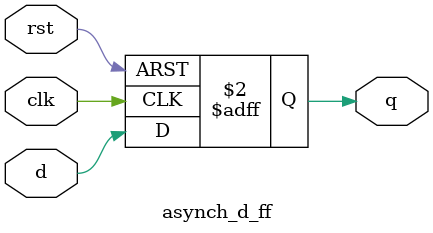
<source format=v>
module asynch_d_ff( input clk, rst,
                    input d,
                    output reg q);

  //Active high asynchronous Reset

  always @(negedge clk or posedge rst)
  begin
    if (rst)
      q <= 1'b0;
    else
      q <= d;
  end
endmodule

</source>
